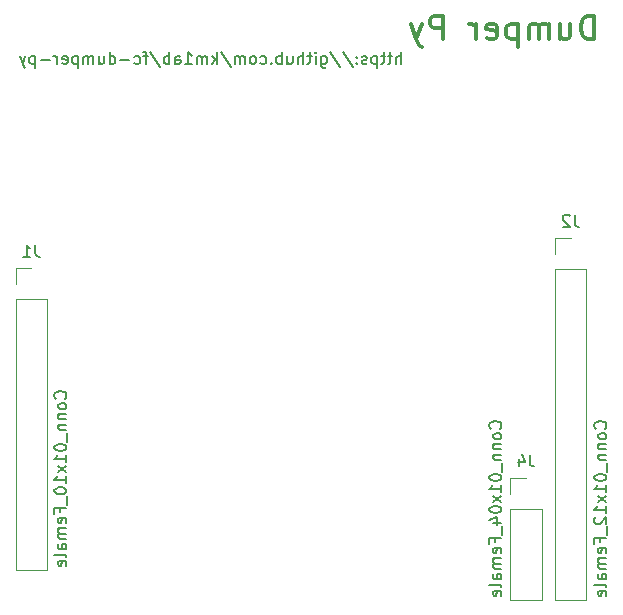
<source format=gbo>
G04 #@! TF.GenerationSoftware,KiCad,Pcbnew,(6.0.9)*
G04 #@! TF.CreationDate,2022-12-17T09:54:21+09:00*
G04 #@! TF.ProjectId,hat-prot-02,6861742d-7072-46f7-942d-30322e6b6963,rev?*
G04 #@! TF.SameCoordinates,PX5f5e100PY5f5e100*
G04 #@! TF.FileFunction,Legend,Bot*
G04 #@! TF.FilePolarity,Positive*
%FSLAX46Y46*%
G04 Gerber Fmt 4.6, Leading zero omitted, Abs format (unit mm)*
G04 Created by KiCad (PCBNEW (6.0.9)) date 2022-12-17 09:54:21*
%MOMM*%
%LPD*%
G01*
G04 APERTURE LIST*
%ADD10C,0.150000*%
%ADD11C,0.300000*%
%ADD12C,0.120000*%
%ADD13R,1.700000X1.700000*%
%ADD14O,1.700000X1.700000*%
%ADD15C,2.700000*%
%ADD16R,1.800000X1.800000*%
%ADD17C,1.800000*%
%ADD18C,1.400000*%
%ADD19O,1.400000X1.400000*%
%ADD20R,1.050000X1.500000*%
%ADD21O,1.050000X1.500000*%
%ADD22R,1.300000X1.300000*%
%ADD23C,1.300000*%
%ADD24R,1.600000X1.600000*%
%ADD25O,1.600000X1.600000*%
G04 APERTURE END LIST*
D10*
X40225238Y50347620D02*
X40225238Y51347620D01*
X39796666Y50347620D02*
X39796666Y50871429D01*
X39844285Y50966667D01*
X39939523Y51014286D01*
X40082380Y51014286D01*
X40177619Y50966667D01*
X40225238Y50919048D01*
X39463333Y51014286D02*
X39082380Y51014286D01*
X39320476Y51347620D02*
X39320476Y50490477D01*
X39272857Y50395239D01*
X39177619Y50347620D01*
X39082380Y50347620D01*
X38891904Y51014286D02*
X38510952Y51014286D01*
X38749047Y51347620D02*
X38749047Y50490477D01*
X38701428Y50395239D01*
X38606190Y50347620D01*
X38510952Y50347620D01*
X38177619Y51014286D02*
X38177619Y50014286D01*
X38177619Y50966667D02*
X38082380Y51014286D01*
X37891904Y51014286D01*
X37796666Y50966667D01*
X37749047Y50919048D01*
X37701428Y50823810D01*
X37701428Y50538096D01*
X37749047Y50442858D01*
X37796666Y50395239D01*
X37891904Y50347620D01*
X38082380Y50347620D01*
X38177619Y50395239D01*
X37320476Y50395239D02*
X37225238Y50347620D01*
X37034761Y50347620D01*
X36939523Y50395239D01*
X36891904Y50490477D01*
X36891904Y50538096D01*
X36939523Y50633334D01*
X37034761Y50680953D01*
X37177619Y50680953D01*
X37272857Y50728572D01*
X37320476Y50823810D01*
X37320476Y50871429D01*
X37272857Y50966667D01*
X37177619Y51014286D01*
X37034761Y51014286D01*
X36939523Y50966667D01*
X36463333Y50442858D02*
X36415714Y50395239D01*
X36463333Y50347620D01*
X36510952Y50395239D01*
X36463333Y50442858D01*
X36463333Y50347620D01*
X36463333Y50966667D02*
X36415714Y50919048D01*
X36463333Y50871429D01*
X36510952Y50919048D01*
X36463333Y50966667D01*
X36463333Y50871429D01*
X35272857Y51395239D02*
X36130000Y50109524D01*
X34225238Y51395239D02*
X35082380Y50109524D01*
X33463333Y51014286D02*
X33463333Y50204762D01*
X33510952Y50109524D01*
X33558571Y50061905D01*
X33653809Y50014286D01*
X33796666Y50014286D01*
X33891904Y50061905D01*
X33463333Y50395239D02*
X33558571Y50347620D01*
X33749047Y50347620D01*
X33844285Y50395239D01*
X33891904Y50442858D01*
X33939523Y50538096D01*
X33939523Y50823810D01*
X33891904Y50919048D01*
X33844285Y50966667D01*
X33749047Y51014286D01*
X33558571Y51014286D01*
X33463333Y50966667D01*
X32987142Y50347620D02*
X32987142Y51014286D01*
X32987142Y51347620D02*
X33034761Y51300000D01*
X32987142Y51252381D01*
X32939523Y51300000D01*
X32987142Y51347620D01*
X32987142Y51252381D01*
X32653809Y51014286D02*
X32272857Y51014286D01*
X32510952Y51347620D02*
X32510952Y50490477D01*
X32463333Y50395239D01*
X32368095Y50347620D01*
X32272857Y50347620D01*
X31939523Y50347620D02*
X31939523Y51347620D01*
X31510952Y50347620D02*
X31510952Y50871429D01*
X31558571Y50966667D01*
X31653809Y51014286D01*
X31796666Y51014286D01*
X31891904Y50966667D01*
X31939523Y50919048D01*
X30606190Y51014286D02*
X30606190Y50347620D01*
X31034761Y51014286D02*
X31034761Y50490477D01*
X30987142Y50395239D01*
X30891904Y50347620D01*
X30749047Y50347620D01*
X30653809Y50395239D01*
X30606190Y50442858D01*
X30130000Y50347620D02*
X30130000Y51347620D01*
X30130000Y50966667D02*
X30034761Y51014286D01*
X29844285Y51014286D01*
X29749047Y50966667D01*
X29701428Y50919048D01*
X29653809Y50823810D01*
X29653809Y50538096D01*
X29701428Y50442858D01*
X29749047Y50395239D01*
X29844285Y50347620D01*
X30034761Y50347620D01*
X30130000Y50395239D01*
X29225238Y50442858D02*
X29177619Y50395239D01*
X29225238Y50347620D01*
X29272857Y50395239D01*
X29225238Y50442858D01*
X29225238Y50347620D01*
X28320476Y50395239D02*
X28415714Y50347620D01*
X28606190Y50347620D01*
X28701428Y50395239D01*
X28749047Y50442858D01*
X28796666Y50538096D01*
X28796666Y50823810D01*
X28749047Y50919048D01*
X28701428Y50966667D01*
X28606190Y51014286D01*
X28415714Y51014286D01*
X28320476Y50966667D01*
X27749047Y50347620D02*
X27844285Y50395239D01*
X27891904Y50442858D01*
X27939523Y50538096D01*
X27939523Y50823810D01*
X27891904Y50919048D01*
X27844285Y50966667D01*
X27749047Y51014286D01*
X27606190Y51014286D01*
X27510952Y50966667D01*
X27463333Y50919048D01*
X27415714Y50823810D01*
X27415714Y50538096D01*
X27463333Y50442858D01*
X27510952Y50395239D01*
X27606190Y50347620D01*
X27749047Y50347620D01*
X26987142Y50347620D02*
X26987142Y51014286D01*
X26987142Y50919048D02*
X26939523Y50966667D01*
X26844285Y51014286D01*
X26701428Y51014286D01*
X26606190Y50966667D01*
X26558571Y50871429D01*
X26558571Y50347620D01*
X26558571Y50871429D02*
X26510952Y50966667D01*
X26415714Y51014286D01*
X26272857Y51014286D01*
X26177619Y50966667D01*
X26130000Y50871429D01*
X26130000Y50347620D01*
X24939523Y51395239D02*
X25796666Y50109524D01*
X24606190Y50347620D02*
X24606190Y51347620D01*
X24510952Y50728572D02*
X24225238Y50347620D01*
X24225238Y51014286D02*
X24606190Y50633334D01*
X23796666Y50347620D02*
X23796666Y51014286D01*
X23796666Y50919048D02*
X23749047Y50966667D01*
X23653809Y51014286D01*
X23510952Y51014286D01*
X23415714Y50966667D01*
X23368095Y50871429D01*
X23368095Y50347620D01*
X23368095Y50871429D02*
X23320476Y50966667D01*
X23225238Y51014286D01*
X23082380Y51014286D01*
X22987142Y50966667D01*
X22939523Y50871429D01*
X22939523Y50347620D01*
X21939523Y50347620D02*
X22510952Y50347620D01*
X22225238Y50347620D02*
X22225238Y51347620D01*
X22320476Y51204762D01*
X22415714Y51109524D01*
X22510952Y51061905D01*
X21082380Y50347620D02*
X21082380Y50871429D01*
X21130000Y50966667D01*
X21225238Y51014286D01*
X21415714Y51014286D01*
X21510952Y50966667D01*
X21082380Y50395239D02*
X21177619Y50347620D01*
X21415714Y50347620D01*
X21510952Y50395239D01*
X21558571Y50490477D01*
X21558571Y50585715D01*
X21510952Y50680953D01*
X21415714Y50728572D01*
X21177619Y50728572D01*
X21082380Y50776191D01*
X20606190Y50347620D02*
X20606190Y51347620D01*
X20606190Y50966667D02*
X20510952Y51014286D01*
X20320476Y51014286D01*
X20225238Y50966667D01*
X20177619Y50919048D01*
X20130000Y50823810D01*
X20130000Y50538096D01*
X20177619Y50442858D01*
X20225238Y50395239D01*
X20320476Y50347620D01*
X20510952Y50347620D01*
X20606190Y50395239D01*
X18987142Y51395239D02*
X19844285Y50109524D01*
X18796666Y51014286D02*
X18415714Y51014286D01*
X18653809Y50347620D02*
X18653809Y51204762D01*
X18606190Y51300000D01*
X18510952Y51347620D01*
X18415714Y51347620D01*
X17653809Y50395239D02*
X17749047Y50347620D01*
X17939523Y50347620D01*
X18034761Y50395239D01*
X18082380Y50442858D01*
X18130000Y50538096D01*
X18130000Y50823810D01*
X18082380Y50919048D01*
X18034761Y50966667D01*
X17939523Y51014286D01*
X17749047Y51014286D01*
X17653809Y50966667D01*
X17225238Y50728572D02*
X16463333Y50728572D01*
X15558571Y50347620D02*
X15558571Y51347620D01*
X15558571Y50395239D02*
X15653809Y50347620D01*
X15844285Y50347620D01*
X15939523Y50395239D01*
X15987142Y50442858D01*
X16034761Y50538096D01*
X16034761Y50823810D01*
X15987142Y50919048D01*
X15939523Y50966667D01*
X15844285Y51014286D01*
X15653809Y51014286D01*
X15558571Y50966667D01*
X14653809Y51014286D02*
X14653809Y50347620D01*
X15082380Y51014286D02*
X15082380Y50490477D01*
X15034761Y50395239D01*
X14939523Y50347620D01*
X14796666Y50347620D01*
X14701428Y50395239D01*
X14653809Y50442858D01*
X14177619Y50347620D02*
X14177619Y51014286D01*
X14177619Y50919048D02*
X14130000Y50966667D01*
X14034761Y51014286D01*
X13891904Y51014286D01*
X13796666Y50966667D01*
X13749047Y50871429D01*
X13749047Y50347620D01*
X13749047Y50871429D02*
X13701428Y50966667D01*
X13606190Y51014286D01*
X13463333Y51014286D01*
X13368095Y50966667D01*
X13320476Y50871429D01*
X13320476Y50347620D01*
X12844285Y51014286D02*
X12844285Y50014286D01*
X12844285Y50966667D02*
X12749047Y51014286D01*
X12558571Y51014286D01*
X12463333Y50966667D01*
X12415714Y50919048D01*
X12368095Y50823810D01*
X12368095Y50538096D01*
X12415714Y50442858D01*
X12463333Y50395239D01*
X12558571Y50347620D01*
X12749047Y50347620D01*
X12844285Y50395239D01*
X11558571Y50395239D02*
X11653809Y50347620D01*
X11844285Y50347620D01*
X11939523Y50395239D01*
X11987142Y50490477D01*
X11987142Y50871429D01*
X11939523Y50966667D01*
X11844285Y51014286D01*
X11653809Y51014286D01*
X11558571Y50966667D01*
X11510952Y50871429D01*
X11510952Y50776191D01*
X11987142Y50680953D01*
X11082380Y50347620D02*
X11082380Y51014286D01*
X11082380Y50823810D02*
X11034761Y50919048D01*
X10987142Y50966667D01*
X10891904Y51014286D01*
X10796666Y51014286D01*
X10463333Y50728572D02*
X9701428Y50728572D01*
X9225238Y51014286D02*
X9225238Y50014286D01*
X9225238Y50966667D02*
X9130000Y51014286D01*
X8939523Y51014286D01*
X8844285Y50966667D01*
X8796666Y50919048D01*
X8749047Y50823810D01*
X8749047Y50538096D01*
X8796666Y50442858D01*
X8844285Y50395239D01*
X8939523Y50347620D01*
X9130000Y50347620D01*
X9225238Y50395239D01*
X8415714Y51014286D02*
X8177619Y50347620D01*
X7939523Y51014286D02*
X8177619Y50347620D01*
X8272857Y50109524D01*
X8320476Y50061905D01*
X8415714Y50014286D01*
D11*
X56561666Y52435239D02*
X56561666Y54435239D01*
X56085476Y54435239D01*
X55799761Y54340000D01*
X55609285Y54149524D01*
X55514047Y53959048D01*
X55418809Y53578096D01*
X55418809Y53292381D01*
X55514047Y52911429D01*
X55609285Y52720953D01*
X55799761Y52530477D01*
X56085476Y52435239D01*
X56561666Y52435239D01*
X53704523Y53768572D02*
X53704523Y52435239D01*
X54561666Y53768572D02*
X54561666Y52720953D01*
X54466428Y52530477D01*
X54275952Y52435239D01*
X53990238Y52435239D01*
X53799761Y52530477D01*
X53704523Y52625715D01*
X52752142Y52435239D02*
X52752142Y53768572D01*
X52752142Y53578096D02*
X52656904Y53673334D01*
X52466428Y53768572D01*
X52180714Y53768572D01*
X51990238Y53673334D01*
X51895000Y53482858D01*
X51895000Y52435239D01*
X51895000Y53482858D02*
X51799761Y53673334D01*
X51609285Y53768572D01*
X51323571Y53768572D01*
X51133095Y53673334D01*
X51037857Y53482858D01*
X51037857Y52435239D01*
X50085476Y53768572D02*
X50085476Y51768572D01*
X50085476Y53673334D02*
X49895000Y53768572D01*
X49514047Y53768572D01*
X49323571Y53673334D01*
X49228333Y53578096D01*
X49133095Y53387620D01*
X49133095Y52816191D01*
X49228333Y52625715D01*
X49323571Y52530477D01*
X49514047Y52435239D01*
X49895000Y52435239D01*
X50085476Y52530477D01*
X47514047Y52530477D02*
X47704523Y52435239D01*
X48085476Y52435239D01*
X48275952Y52530477D01*
X48371190Y52720953D01*
X48371190Y53482858D01*
X48275952Y53673334D01*
X48085476Y53768572D01*
X47704523Y53768572D01*
X47514047Y53673334D01*
X47418809Y53482858D01*
X47418809Y53292381D01*
X48371190Y53101905D01*
X46561666Y52435239D02*
X46561666Y53768572D01*
X46561666Y53387620D02*
X46466428Y53578096D01*
X46371190Y53673334D01*
X46180714Y53768572D01*
X45990238Y53768572D01*
X43799761Y52435239D02*
X43799761Y54435239D01*
X43037857Y54435239D01*
X42847380Y54340000D01*
X42752142Y54244762D01*
X42656904Y54054286D01*
X42656904Y53768572D01*
X42752142Y53578096D01*
X42847380Y53482858D01*
X43037857Y53387620D01*
X43799761Y53387620D01*
X41990238Y53768572D02*
X41514047Y52435239D01*
X41037857Y53768572D02*
X41514047Y52435239D01*
X41704523Y51959048D01*
X41799761Y51863810D01*
X41990238Y51768572D01*
D10*
X9248333Y35037620D02*
X9248333Y34323334D01*
X9295952Y34180477D01*
X9391190Y34085239D01*
X9534047Y34037620D01*
X9629285Y34037620D01*
X8248333Y34037620D02*
X8819761Y34037620D01*
X8534047Y34037620D02*
X8534047Y35037620D01*
X8629285Y34894762D01*
X8724523Y34799524D01*
X8819761Y34751905D01*
X11787142Y22025715D02*
X11834761Y22073334D01*
X11882380Y22216191D01*
X11882380Y22311429D01*
X11834761Y22454286D01*
X11739523Y22549524D01*
X11644285Y22597143D01*
X11453809Y22644762D01*
X11310952Y22644762D01*
X11120476Y22597143D01*
X11025238Y22549524D01*
X10930000Y22454286D01*
X10882380Y22311429D01*
X10882380Y22216191D01*
X10930000Y22073334D01*
X10977619Y22025715D01*
X11882380Y21454286D02*
X11834761Y21549524D01*
X11787142Y21597143D01*
X11691904Y21644762D01*
X11406190Y21644762D01*
X11310952Y21597143D01*
X11263333Y21549524D01*
X11215714Y21454286D01*
X11215714Y21311429D01*
X11263333Y21216191D01*
X11310952Y21168572D01*
X11406190Y21120953D01*
X11691904Y21120953D01*
X11787142Y21168572D01*
X11834761Y21216191D01*
X11882380Y21311429D01*
X11882380Y21454286D01*
X11215714Y20692381D02*
X11882380Y20692381D01*
X11310952Y20692381D02*
X11263333Y20644762D01*
X11215714Y20549524D01*
X11215714Y20406667D01*
X11263333Y20311429D01*
X11358571Y20263810D01*
X11882380Y20263810D01*
X11215714Y19787620D02*
X11882380Y19787620D01*
X11310952Y19787620D02*
X11263333Y19740001D01*
X11215714Y19644762D01*
X11215714Y19501905D01*
X11263333Y19406667D01*
X11358571Y19359048D01*
X11882380Y19359048D01*
X11977619Y19120953D02*
X11977619Y18359048D01*
X10882380Y17930477D02*
X10882380Y17835239D01*
X10930000Y17740001D01*
X10977619Y17692381D01*
X11072857Y17644762D01*
X11263333Y17597143D01*
X11501428Y17597143D01*
X11691904Y17644762D01*
X11787142Y17692381D01*
X11834761Y17740001D01*
X11882380Y17835239D01*
X11882380Y17930477D01*
X11834761Y18025715D01*
X11787142Y18073334D01*
X11691904Y18120953D01*
X11501428Y18168572D01*
X11263333Y18168572D01*
X11072857Y18120953D01*
X10977619Y18073334D01*
X10930000Y18025715D01*
X10882380Y17930477D01*
X11882380Y16644762D02*
X11882380Y17216191D01*
X11882380Y16930477D02*
X10882380Y16930477D01*
X11025238Y17025715D01*
X11120476Y17120953D01*
X11168095Y17216191D01*
X11882380Y16311429D02*
X11215714Y15787620D01*
X11215714Y16311429D02*
X11882380Y15787620D01*
X11882380Y14882858D02*
X11882380Y15454286D01*
X11882380Y15168572D02*
X10882380Y15168572D01*
X11025238Y15263810D01*
X11120476Y15359048D01*
X11168095Y15454286D01*
X10882380Y14263810D02*
X10882380Y14168572D01*
X10930000Y14073334D01*
X10977619Y14025715D01*
X11072857Y13978096D01*
X11263333Y13930477D01*
X11501428Y13930477D01*
X11691904Y13978096D01*
X11787142Y14025715D01*
X11834761Y14073334D01*
X11882380Y14168572D01*
X11882380Y14263810D01*
X11834761Y14359048D01*
X11787142Y14406667D01*
X11691904Y14454286D01*
X11501428Y14501905D01*
X11263333Y14501905D01*
X11072857Y14454286D01*
X10977619Y14406667D01*
X10930000Y14359048D01*
X10882380Y14263810D01*
X11977619Y13740001D02*
X11977619Y12978096D01*
X11358571Y12406667D02*
X11358571Y12740001D01*
X11882380Y12740001D02*
X10882380Y12740001D01*
X10882380Y12263810D01*
X11834761Y11501905D02*
X11882380Y11597143D01*
X11882380Y11787620D01*
X11834761Y11882858D01*
X11739523Y11930477D01*
X11358571Y11930477D01*
X11263333Y11882858D01*
X11215714Y11787620D01*
X11215714Y11597143D01*
X11263333Y11501905D01*
X11358571Y11454286D01*
X11453809Y11454286D01*
X11549047Y11930477D01*
X11882380Y11025715D02*
X11215714Y11025715D01*
X11310952Y11025715D02*
X11263333Y10978096D01*
X11215714Y10882858D01*
X11215714Y10740001D01*
X11263333Y10644762D01*
X11358571Y10597143D01*
X11882380Y10597143D01*
X11358571Y10597143D02*
X11263333Y10549524D01*
X11215714Y10454286D01*
X11215714Y10311429D01*
X11263333Y10216191D01*
X11358571Y10168572D01*
X11882380Y10168572D01*
X11882380Y9263810D02*
X11358571Y9263810D01*
X11263333Y9311429D01*
X11215714Y9406667D01*
X11215714Y9597143D01*
X11263333Y9692381D01*
X11834761Y9263810D02*
X11882380Y9359048D01*
X11882380Y9597143D01*
X11834761Y9692381D01*
X11739523Y9740001D01*
X11644285Y9740001D01*
X11549047Y9692381D01*
X11501428Y9597143D01*
X11501428Y9359048D01*
X11453809Y9263810D01*
X11882380Y8644762D02*
X11834761Y8740001D01*
X11739523Y8787620D01*
X10882380Y8787620D01*
X11834761Y7882858D02*
X11882380Y7978096D01*
X11882380Y8168572D01*
X11834761Y8263810D01*
X11739523Y8311429D01*
X11358571Y8311429D01*
X11263333Y8263810D01*
X11215714Y8168572D01*
X11215714Y7978096D01*
X11263333Y7882858D01*
X11358571Y7835239D01*
X11453809Y7835239D01*
X11549047Y8311429D01*
X54918333Y37587620D02*
X54918333Y36873334D01*
X54965952Y36730477D01*
X55061190Y36635239D01*
X55204047Y36587620D01*
X55299285Y36587620D01*
X54489761Y37492381D02*
X54442142Y37540000D01*
X54346904Y37587620D01*
X54108809Y37587620D01*
X54013571Y37540000D01*
X53965952Y37492381D01*
X53918333Y37397143D01*
X53918333Y37301905D01*
X53965952Y37159048D01*
X54537380Y36587620D01*
X53918333Y36587620D01*
X57507142Y19485715D02*
X57554761Y19533334D01*
X57602380Y19676191D01*
X57602380Y19771429D01*
X57554761Y19914286D01*
X57459523Y20009524D01*
X57364285Y20057143D01*
X57173809Y20104762D01*
X57030952Y20104762D01*
X56840476Y20057143D01*
X56745238Y20009524D01*
X56650000Y19914286D01*
X56602380Y19771429D01*
X56602380Y19676191D01*
X56650000Y19533334D01*
X56697619Y19485715D01*
X57602380Y18914286D02*
X57554761Y19009524D01*
X57507142Y19057143D01*
X57411904Y19104762D01*
X57126190Y19104762D01*
X57030952Y19057143D01*
X56983333Y19009524D01*
X56935714Y18914286D01*
X56935714Y18771429D01*
X56983333Y18676191D01*
X57030952Y18628572D01*
X57126190Y18580953D01*
X57411904Y18580953D01*
X57507142Y18628572D01*
X57554761Y18676191D01*
X57602380Y18771429D01*
X57602380Y18914286D01*
X56935714Y18152381D02*
X57602380Y18152381D01*
X57030952Y18152381D02*
X56983333Y18104762D01*
X56935714Y18009524D01*
X56935714Y17866667D01*
X56983333Y17771429D01*
X57078571Y17723810D01*
X57602380Y17723810D01*
X56935714Y17247620D02*
X57602380Y17247620D01*
X57030952Y17247620D02*
X56983333Y17200000D01*
X56935714Y17104762D01*
X56935714Y16961905D01*
X56983333Y16866667D01*
X57078571Y16819048D01*
X57602380Y16819048D01*
X57697619Y16580953D02*
X57697619Y15819048D01*
X56602380Y15390477D02*
X56602380Y15295239D01*
X56650000Y15200000D01*
X56697619Y15152381D01*
X56792857Y15104762D01*
X56983333Y15057143D01*
X57221428Y15057143D01*
X57411904Y15104762D01*
X57507142Y15152381D01*
X57554761Y15200000D01*
X57602380Y15295239D01*
X57602380Y15390477D01*
X57554761Y15485715D01*
X57507142Y15533334D01*
X57411904Y15580953D01*
X57221428Y15628572D01*
X56983333Y15628572D01*
X56792857Y15580953D01*
X56697619Y15533334D01*
X56650000Y15485715D01*
X56602380Y15390477D01*
X57602380Y14104762D02*
X57602380Y14676191D01*
X57602380Y14390477D02*
X56602380Y14390477D01*
X56745238Y14485715D01*
X56840476Y14580953D01*
X56888095Y14676191D01*
X57602380Y13771429D02*
X56935714Y13247620D01*
X56935714Y13771429D02*
X57602380Y13247620D01*
X57602380Y12342858D02*
X57602380Y12914286D01*
X57602380Y12628572D02*
X56602380Y12628572D01*
X56745238Y12723810D01*
X56840476Y12819048D01*
X56888095Y12914286D01*
X56697619Y11961905D02*
X56650000Y11914286D01*
X56602380Y11819048D01*
X56602380Y11580953D01*
X56650000Y11485715D01*
X56697619Y11438096D01*
X56792857Y11390477D01*
X56888095Y11390477D01*
X57030952Y11438096D01*
X57602380Y12009524D01*
X57602380Y11390477D01*
X57697619Y11200000D02*
X57697619Y10438096D01*
X57078571Y9866667D02*
X57078571Y10200000D01*
X57602380Y10200000D02*
X56602380Y10200000D01*
X56602380Y9723810D01*
X57554761Y8961905D02*
X57602380Y9057143D01*
X57602380Y9247620D01*
X57554761Y9342858D01*
X57459523Y9390477D01*
X57078571Y9390477D01*
X56983333Y9342858D01*
X56935714Y9247620D01*
X56935714Y9057143D01*
X56983333Y8961905D01*
X57078571Y8914286D01*
X57173809Y8914286D01*
X57269047Y9390477D01*
X57602380Y8485715D02*
X56935714Y8485715D01*
X57030952Y8485715D02*
X56983333Y8438096D01*
X56935714Y8342858D01*
X56935714Y8200000D01*
X56983333Y8104762D01*
X57078571Y8057143D01*
X57602380Y8057143D01*
X57078571Y8057143D02*
X56983333Y8009524D01*
X56935714Y7914286D01*
X56935714Y7771429D01*
X56983333Y7676191D01*
X57078571Y7628572D01*
X57602380Y7628572D01*
X57602380Y6723810D02*
X57078571Y6723810D01*
X56983333Y6771429D01*
X56935714Y6866667D01*
X56935714Y7057143D01*
X56983333Y7152381D01*
X57554761Y6723810D02*
X57602380Y6819048D01*
X57602380Y7057143D01*
X57554761Y7152381D01*
X57459523Y7200000D01*
X57364285Y7200000D01*
X57269047Y7152381D01*
X57221428Y7057143D01*
X57221428Y6819048D01*
X57173809Y6723810D01*
X57602380Y6104762D02*
X57554761Y6200000D01*
X57459523Y6247620D01*
X56602380Y6247620D01*
X57554761Y5342858D02*
X57602380Y5438096D01*
X57602380Y5628572D01*
X57554761Y5723810D01*
X57459523Y5771429D01*
X57078571Y5771429D01*
X56983333Y5723810D01*
X56935714Y5628572D01*
X56935714Y5438096D01*
X56983333Y5342858D01*
X57078571Y5295239D01*
X57173809Y5295239D01*
X57269047Y5771429D01*
X51133333Y17277620D02*
X51133333Y16563334D01*
X51180952Y16420477D01*
X51276190Y16325239D01*
X51419047Y16277620D01*
X51514285Y16277620D01*
X50228571Y16944286D02*
X50228571Y16277620D01*
X50466666Y17325239D02*
X50704761Y16610953D01*
X50085714Y16610953D01*
X48617142Y19485715D02*
X48664761Y19533334D01*
X48712380Y19676191D01*
X48712380Y19771429D01*
X48664761Y19914286D01*
X48569523Y20009524D01*
X48474285Y20057143D01*
X48283809Y20104762D01*
X48140952Y20104762D01*
X47950476Y20057143D01*
X47855238Y20009524D01*
X47760000Y19914286D01*
X47712380Y19771429D01*
X47712380Y19676191D01*
X47760000Y19533334D01*
X47807619Y19485715D01*
X48712380Y18914286D02*
X48664761Y19009524D01*
X48617142Y19057143D01*
X48521904Y19104762D01*
X48236190Y19104762D01*
X48140952Y19057143D01*
X48093333Y19009524D01*
X48045714Y18914286D01*
X48045714Y18771429D01*
X48093333Y18676191D01*
X48140952Y18628572D01*
X48236190Y18580953D01*
X48521904Y18580953D01*
X48617142Y18628572D01*
X48664761Y18676191D01*
X48712380Y18771429D01*
X48712380Y18914286D01*
X48045714Y18152381D02*
X48712380Y18152381D01*
X48140952Y18152381D02*
X48093333Y18104762D01*
X48045714Y18009524D01*
X48045714Y17866667D01*
X48093333Y17771429D01*
X48188571Y17723810D01*
X48712380Y17723810D01*
X48045714Y17247620D02*
X48712380Y17247620D01*
X48140952Y17247620D02*
X48093333Y17200000D01*
X48045714Y17104762D01*
X48045714Y16961905D01*
X48093333Y16866667D01*
X48188571Y16819048D01*
X48712380Y16819048D01*
X48807619Y16580953D02*
X48807619Y15819048D01*
X47712380Y15390477D02*
X47712380Y15295239D01*
X47760000Y15200000D01*
X47807619Y15152381D01*
X47902857Y15104762D01*
X48093333Y15057143D01*
X48331428Y15057143D01*
X48521904Y15104762D01*
X48617142Y15152381D01*
X48664761Y15200000D01*
X48712380Y15295239D01*
X48712380Y15390477D01*
X48664761Y15485715D01*
X48617142Y15533334D01*
X48521904Y15580953D01*
X48331428Y15628572D01*
X48093333Y15628572D01*
X47902857Y15580953D01*
X47807619Y15533334D01*
X47760000Y15485715D01*
X47712380Y15390477D01*
X48712380Y14104762D02*
X48712380Y14676191D01*
X48712380Y14390477D02*
X47712380Y14390477D01*
X47855238Y14485715D01*
X47950476Y14580953D01*
X47998095Y14676191D01*
X48712380Y13771429D02*
X48045714Y13247620D01*
X48045714Y13771429D02*
X48712380Y13247620D01*
X47712380Y12676191D02*
X47712380Y12580953D01*
X47760000Y12485715D01*
X47807619Y12438096D01*
X47902857Y12390477D01*
X48093333Y12342858D01*
X48331428Y12342858D01*
X48521904Y12390477D01*
X48617142Y12438096D01*
X48664761Y12485715D01*
X48712380Y12580953D01*
X48712380Y12676191D01*
X48664761Y12771429D01*
X48617142Y12819048D01*
X48521904Y12866667D01*
X48331428Y12914286D01*
X48093333Y12914286D01*
X47902857Y12866667D01*
X47807619Y12819048D01*
X47760000Y12771429D01*
X47712380Y12676191D01*
X48045714Y11485715D02*
X48712380Y11485715D01*
X47664761Y11723810D02*
X48379047Y11961905D01*
X48379047Y11342858D01*
X48807619Y11200000D02*
X48807619Y10438096D01*
X48188571Y9866667D02*
X48188571Y10200000D01*
X48712380Y10200000D02*
X47712380Y10200000D01*
X47712380Y9723810D01*
X48664761Y8961905D02*
X48712380Y9057143D01*
X48712380Y9247620D01*
X48664761Y9342858D01*
X48569523Y9390477D01*
X48188571Y9390477D01*
X48093333Y9342858D01*
X48045714Y9247620D01*
X48045714Y9057143D01*
X48093333Y8961905D01*
X48188571Y8914286D01*
X48283809Y8914286D01*
X48379047Y9390477D01*
X48712380Y8485715D02*
X48045714Y8485715D01*
X48140952Y8485715D02*
X48093333Y8438096D01*
X48045714Y8342858D01*
X48045714Y8200000D01*
X48093333Y8104762D01*
X48188571Y8057143D01*
X48712380Y8057143D01*
X48188571Y8057143D02*
X48093333Y8009524D01*
X48045714Y7914286D01*
X48045714Y7771429D01*
X48093333Y7676191D01*
X48188571Y7628572D01*
X48712380Y7628572D01*
X48712380Y6723810D02*
X48188571Y6723810D01*
X48093333Y6771429D01*
X48045714Y6866667D01*
X48045714Y7057143D01*
X48093333Y7152381D01*
X48664761Y6723810D02*
X48712380Y6819048D01*
X48712380Y7057143D01*
X48664761Y7152381D01*
X48569523Y7200000D01*
X48474285Y7200000D01*
X48379047Y7152381D01*
X48331428Y7057143D01*
X48331428Y6819048D01*
X48283809Y6723810D01*
X48712380Y6104762D02*
X48664761Y6200000D01*
X48569523Y6247620D01*
X47712380Y6247620D01*
X48664761Y5342858D02*
X48712380Y5438096D01*
X48712380Y5628572D01*
X48664761Y5723810D01*
X48569523Y5771429D01*
X48188571Y5771429D01*
X48093333Y5723810D01*
X48045714Y5628572D01*
X48045714Y5438096D01*
X48093333Y5342858D01*
X48188571Y5295239D01*
X48283809Y5295239D01*
X48379047Y5771429D01*
D12*
X7585000Y30450000D02*
X7585000Y7530000D01*
X7585000Y33050000D02*
X7585000Y31720000D01*
X8915000Y33050000D02*
X7585000Y33050000D01*
X10245000Y7530000D02*
X7585000Y7530000D01*
X10245000Y30450000D02*
X10245000Y7530000D01*
X10245000Y30450000D02*
X7585000Y30450000D01*
X53255000Y33000000D02*
X53255000Y5000000D01*
X54585000Y35600000D02*
X53255000Y35600000D01*
X53255000Y35600000D02*
X53255000Y34270000D01*
X55915000Y33000000D02*
X53255000Y33000000D01*
X55915000Y5000000D02*
X53255000Y5000000D01*
X55915000Y33000000D02*
X55915000Y5000000D01*
X49470000Y15290000D02*
X49470000Y13960000D01*
X49470000Y12690000D02*
X49470000Y5010000D01*
X52130000Y12690000D02*
X49470000Y12690000D01*
X52130000Y5010000D02*
X49470000Y5010000D01*
X50800000Y15290000D02*
X49470000Y15290000D01*
X52130000Y12690000D02*
X52130000Y5010000D01*
%LPC*%
D13*
X84455000Y11430000D03*
D14*
X86995000Y11430000D03*
X84455000Y8890000D03*
X86995000Y8890000D03*
X84455000Y6350000D03*
X86995000Y6350000D03*
X84455000Y3810000D03*
X86995000Y3810000D03*
D15*
X61500000Y52500000D03*
D13*
X85725000Y21590000D03*
D14*
X85725000Y24130000D03*
X85725000Y26670000D03*
D16*
X68580000Y4445000D03*
D17*
X71120000Y4445000D03*
D18*
X71755000Y21590000D03*
D19*
X71755000Y26670000D03*
D20*
X60960000Y15790000D03*
D21*
X62230000Y15790000D03*
X63500000Y15790000D03*
D18*
X74930000Y8255000D03*
D19*
X74930000Y13335000D03*
D16*
X78105000Y24130000D03*
D17*
X80645000Y24130000D03*
D15*
X3500000Y3500000D03*
D22*
X8890000Y40640000D03*
D23*
X11430000Y40640000D03*
X13970000Y40640000D03*
X16510000Y40640000D03*
X19050000Y40640000D03*
X21590000Y40640000D03*
X24130000Y40640000D03*
X26670000Y40640000D03*
X29210000Y40640000D03*
X31750000Y40640000D03*
X34290000Y40640000D03*
X36830000Y40640000D03*
X39370000Y40640000D03*
X41910000Y40640000D03*
X44450000Y40640000D03*
X46990000Y40640000D03*
X49530000Y40640000D03*
X52070000Y40640000D03*
X54610000Y40640000D03*
X57150000Y40640000D03*
X59690000Y40640000D03*
X62230000Y40640000D03*
X64770000Y40640000D03*
X67310000Y40640000D03*
X69850000Y40640000D03*
X72390000Y40640000D03*
X74930000Y40640000D03*
X77470000Y40640000D03*
X80010000Y40640000D03*
X82550000Y40640000D03*
X8890000Y45720000D03*
X11430000Y45720000D03*
X13970000Y45720000D03*
X16510000Y45720000D03*
X19050000Y45720000D03*
X21590000Y45720000D03*
X24130000Y45720000D03*
X26670000Y45720000D03*
X29210000Y45720000D03*
X31750000Y45720000D03*
X34290000Y45720000D03*
X36830000Y45720000D03*
X39370000Y45720000D03*
X41910000Y45720000D03*
X44450000Y45720000D03*
X46990000Y45720000D03*
X49530000Y45720000D03*
X52070000Y45720000D03*
X54610000Y45720000D03*
X57150000Y45720000D03*
X59690000Y45720000D03*
X62230000Y45720000D03*
X64770000Y45720000D03*
X67310000Y45720000D03*
X69850000Y45720000D03*
X72390000Y45720000D03*
X74930000Y45720000D03*
X77470000Y45720000D03*
X80010000Y45720000D03*
X82550000Y45720000D03*
D15*
X3500000Y52500000D03*
D20*
X60960000Y23770000D03*
D21*
X62230000Y23770000D03*
X63500000Y23770000D03*
D18*
X67310000Y8255000D03*
D19*
X67310000Y13335000D03*
D24*
X21590000Y19050000D03*
D25*
X24130000Y19050000D03*
X26670000Y19050000D03*
X29210000Y19050000D03*
X31750000Y19050000D03*
X34290000Y19050000D03*
X36830000Y19050000D03*
X39370000Y19050000D03*
X39370000Y26670000D03*
X36830000Y26670000D03*
X34290000Y26670000D03*
X31750000Y26670000D03*
X29210000Y26670000D03*
X26670000Y26670000D03*
X24130000Y26670000D03*
X21590000Y26670000D03*
D15*
X61500000Y3500000D03*
D24*
X39355000Y13960000D03*
D25*
X36815000Y13960000D03*
X34275000Y13960000D03*
X31735000Y13960000D03*
X29195000Y13960000D03*
X26655000Y13960000D03*
X24115000Y13960000D03*
X21575000Y13960000D03*
X21575000Y6340000D03*
X24115000Y6340000D03*
X26655000Y6340000D03*
X29195000Y6340000D03*
X31735000Y6340000D03*
X34275000Y6340000D03*
X36815000Y6340000D03*
X39355000Y6340000D03*
D16*
X76200000Y4445000D03*
D17*
X78740000Y4445000D03*
D13*
X8915000Y31720000D03*
D14*
X8915000Y29180000D03*
X8915000Y26640000D03*
X8915000Y24100000D03*
X8915000Y21560000D03*
X8915000Y19020000D03*
X8915000Y16480000D03*
X8915000Y13940000D03*
X8915000Y11400000D03*
X8915000Y8860000D03*
D13*
X54585000Y34270000D03*
D14*
X54585000Y31730000D03*
X54585000Y29190000D03*
X54585000Y26650000D03*
X54585000Y24110000D03*
X54585000Y21570000D03*
X54585000Y19030000D03*
X54585000Y16490000D03*
X54585000Y13950000D03*
X54585000Y11410000D03*
X54585000Y8870000D03*
X54585000Y6330000D03*
D13*
X50800000Y13960000D03*
D14*
X50800000Y11420000D03*
X50800000Y8880000D03*
X50800000Y6340000D03*
M02*

</source>
